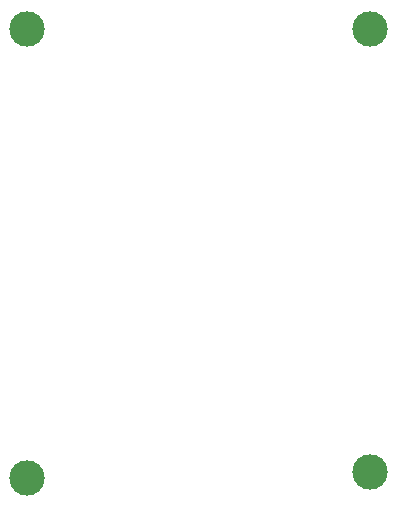
<source format=gbr>
%TF.GenerationSoftware,KiCad,Pcbnew,9.0.4*%
%TF.CreationDate,2025-11-08T17:35:58+05:30*%
%TF.ProjectId,MOTOR_DRIVER,4d4f544f-525f-4445-9249-5645522e6b69,rev?*%
%TF.SameCoordinates,Original*%
%TF.FileFunction,NonPlated,1,2,NPTH,Drill*%
%TF.FilePolarity,Positive*%
%FSLAX46Y46*%
G04 Gerber Fmt 4.6, Leading zero omitted, Abs format (unit mm)*
G04 Created by KiCad (PCBNEW 9.0.4) date 2025-11-08 17:35:58*
%MOMM*%
%LPD*%
G01*
G04 APERTURE LIST*
%TA.AperFunction,ComponentDrill*%
%ADD10C,3.000000*%
%TD*%
G04 APERTURE END LIST*
D10*
%TO.C,REF\u002A\u002A*%
X143000000Y-75000000D03*
X143000000Y-113000000D03*
X172000000Y-75000000D03*
X172000000Y-112500000D03*
M02*

</source>
